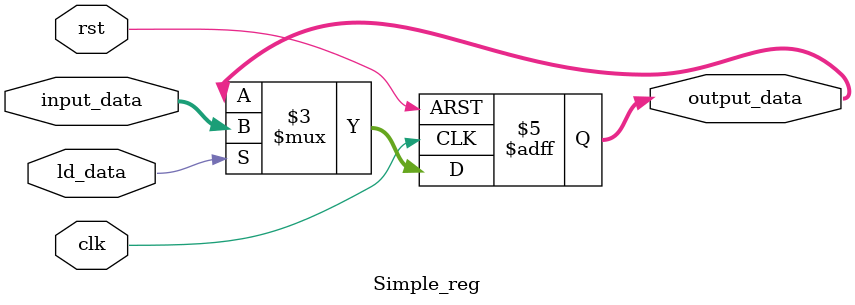
<source format=v>
module Simple_reg(clk, rst, ld_data, input_data, output_data);
    parameter WIDTH = 32;
    input clk, rst, ld_data;
    input [WIDTH - 1 :0] input_data;
    output reg [WIDTH - 1:0] output_data;

  always @(posedge clk, negedge rst) begin
    if (~rst) output_data <= 32'b0;
    else if (ld_data) output_data <= input_data;
  end
endmodule
</source>
